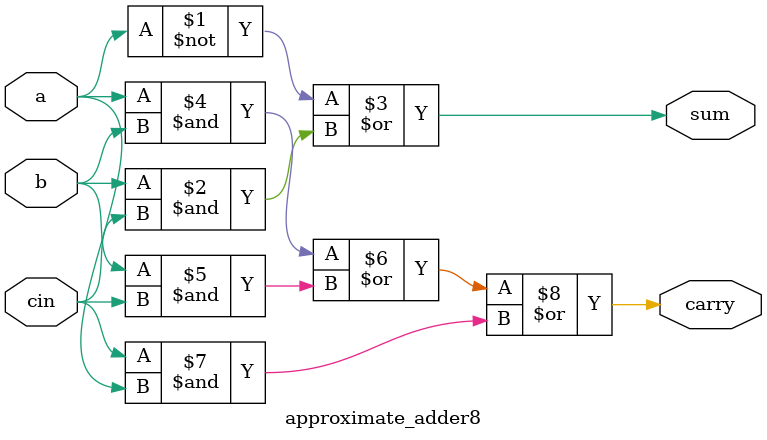
<source format=v>

module approximate_adder8 (input a,b,cin,
                          output sum,carry);

  assign sum=(~a)|(b&cin);
  assign carry= (a&b)|(b&cin)|(cin&a);
endmodule
</source>
